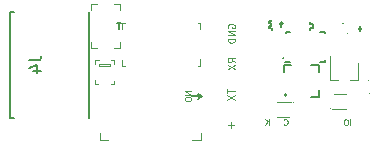
<source format=gbo>
G04 #@! TF.GenerationSoftware,KiCad,Pcbnew,(5.1.6)-1*
G04 #@! TF.CreationDate,2020-12-05T12:50:13+08:00*
G04 #@! TF.ProjectId,qomu-board,716f6d75-2d62-46f6-9172-642e6b696361,rev?*
G04 #@! TF.SameCoordinates,Original*
G04 #@! TF.FileFunction,Legend,Bot*
G04 #@! TF.FilePolarity,Positive*
%FSLAX46Y46*%
G04 Gerber Fmt 4.6, Leading zero omitted, Abs format (unit mm)*
G04 Created by KiCad (PCBNEW (5.1.6)-1) date 2020-12-05 12:50:13*
%MOMM*%
%LPD*%
G01*
G04 APERTURE LIST*
%ADD10C,0.120000*%
%ADD11C,0.150000*%
%ADD12C,0.100000*%
%ADD13C,0.200000*%
G04 APERTURE END LIST*
D10*
X34320952Y-27336190D02*
X34320952Y-26836190D01*
X34035238Y-27336190D02*
X34249523Y-27050476D01*
X34035238Y-26836190D02*
X34320952Y-27121904D01*
X30875000Y-19162857D02*
X30846428Y-19105714D01*
X30846428Y-19020000D01*
X30875000Y-18934285D01*
X30932142Y-18877142D01*
X30989285Y-18848571D01*
X31103571Y-18820000D01*
X31189285Y-18820000D01*
X31303571Y-18848571D01*
X31360714Y-18877142D01*
X31417857Y-18934285D01*
X31446428Y-19020000D01*
X31446428Y-19077142D01*
X31417857Y-19162857D01*
X31389285Y-19191428D01*
X31189285Y-19191428D01*
X31189285Y-19077142D01*
X31446428Y-19448571D02*
X30846428Y-19448571D01*
X31446428Y-19791428D01*
X30846428Y-19791428D01*
X31446428Y-20077142D02*
X30846428Y-20077142D01*
X30846428Y-20220000D01*
X30875000Y-20305714D01*
X30932142Y-20362857D01*
X30989285Y-20391428D01*
X31103571Y-20420000D01*
X31189285Y-20420000D01*
X31303571Y-20391428D01*
X31360714Y-20362857D01*
X31417857Y-20305714D01*
X31446428Y-20220000D01*
X31446428Y-20077142D01*
X27713809Y-25229523D02*
X27713809Y-25134285D01*
X27690000Y-25086666D01*
X27642380Y-25039047D01*
X27547142Y-25015238D01*
X27380476Y-25015238D01*
X27285238Y-25039047D01*
X27237619Y-25086666D01*
X27213809Y-25134285D01*
X27213809Y-25229523D01*
X27237619Y-25277142D01*
X27285238Y-25324761D01*
X27380476Y-25348571D01*
X27547142Y-25348571D01*
X27642380Y-25324761D01*
X27690000Y-25277142D01*
X27713809Y-25229523D01*
X27213809Y-24800952D02*
X27713809Y-24800952D01*
X27213809Y-24515238D01*
X27713809Y-24515238D01*
D11*
X28694000Y-24941000D02*
X28334000Y-25151000D01*
X28684000Y-24931000D02*
X28324000Y-24721000D01*
X27834000Y-24931000D02*
X28684000Y-24931000D01*
D10*
X31446428Y-22070000D02*
X31160714Y-21870000D01*
X31446428Y-21727142D02*
X30846428Y-21727142D01*
X30846428Y-21955714D01*
X30875000Y-22012857D01*
X30903571Y-22041428D01*
X30960714Y-22070000D01*
X31046428Y-22070000D01*
X31103571Y-22041428D01*
X31132142Y-22012857D01*
X31160714Y-21955714D01*
X31160714Y-21727142D01*
X30846428Y-22270000D02*
X31446428Y-22670000D01*
X30846428Y-22670000D02*
X31446428Y-22270000D01*
X30821428Y-24337857D02*
X30821428Y-24680714D01*
X31421428Y-24509285D02*
X30821428Y-24509285D01*
X30821428Y-24823571D02*
X31421428Y-25223571D01*
X30821428Y-25223571D02*
X31421428Y-24823571D01*
X31353571Y-27362857D02*
X30896428Y-27362857D01*
X31125000Y-27591428D02*
X31125000Y-27134285D01*
D11*
X34523000Y-18531000D02*
X34523000Y-18451000D01*
X34553000Y-19191000D02*
X34553000Y-19311000D01*
X37808000Y-19186000D02*
X37808000Y-19296000D01*
X38038000Y-19186000D02*
X37808000Y-19186000D01*
X38038000Y-18786000D02*
X38038000Y-19186000D01*
X37808000Y-18786000D02*
X38038000Y-18786000D01*
X37808000Y-18636000D02*
X37808000Y-18786000D01*
X34523000Y-18531000D02*
X34323000Y-18531000D01*
X34543000Y-19191000D02*
X34323000Y-19191000D01*
X34323000Y-18971000D02*
X34323000Y-19191000D01*
X35358000Y-18666000D02*
X35238000Y-18866000D01*
X35358000Y-19096000D02*
X35358000Y-18666000D01*
X35358000Y-18666000D02*
X35488000Y-18866000D01*
X34533000Y-18751000D02*
X34533000Y-18971000D01*
X34533000Y-18971000D02*
X34323000Y-18971000D01*
X34323000Y-18751000D02*
X34533000Y-18751000D01*
X34323000Y-18531000D02*
X34323000Y-18751000D01*
X42043000Y-19396000D02*
X42163000Y-19196000D01*
X42043000Y-18966000D02*
X42043000Y-19396000D01*
X42043000Y-19396000D02*
X41913000Y-19196000D01*
X21608000Y-18781000D02*
X21448000Y-18781000D01*
X21608000Y-19211000D02*
X21608000Y-18781000D01*
X21608000Y-18781000D02*
X21768000Y-18781000D01*
D10*
X35595238Y-27328571D02*
X35619047Y-27352380D01*
X35690476Y-27376190D01*
X35738095Y-27376190D01*
X35809523Y-27352380D01*
X35857142Y-27304761D01*
X35880952Y-27257142D01*
X35904761Y-27161904D01*
X35904761Y-27090476D01*
X35880952Y-26995238D01*
X35857142Y-26947619D01*
X35809523Y-26900000D01*
X35738095Y-26876190D01*
X35690476Y-26876190D01*
X35619047Y-26900000D01*
X35595238Y-26923809D01*
X41221904Y-27396190D02*
X41221904Y-26896190D01*
X40888571Y-26896190D02*
X40793333Y-26896190D01*
X40745714Y-26920000D01*
X40698095Y-26967619D01*
X40674285Y-27062857D01*
X40674285Y-27229523D01*
X40698095Y-27324761D01*
X40745714Y-27372380D01*
X40793333Y-27396190D01*
X40888571Y-27396190D01*
X40936190Y-27372380D01*
X40983809Y-27324761D01*
X41007619Y-27229523D01*
X41007619Y-27062857D01*
X40983809Y-26967619D01*
X40936190Y-26920000D01*
X40888571Y-26896190D01*
D12*
X39550000Y-25981000D02*
G75*
G03*
X39550000Y-25981000I-50000J0D01*
G01*
D10*
X39850000Y-24776000D02*
X40850000Y-24776000D01*
X39690000Y-26036000D02*
X40850000Y-26036000D01*
D12*
X36405000Y-25500000D02*
G75*
G03*
X36405000Y-25500000I-50000J0D01*
G01*
D10*
X36030000Y-26680000D02*
X35030000Y-26680000D01*
X36190000Y-25420000D02*
X35030000Y-25420000D01*
X41860000Y-22170000D02*
X41860000Y-23580000D01*
X39540000Y-23580000D02*
X39540000Y-21550000D01*
X39540000Y-23580000D02*
X40200000Y-23580000D01*
X41200000Y-23580000D02*
X41860000Y-23580000D01*
D12*
X21925000Y-18770000D02*
X21925000Y-19270000D01*
X22125000Y-18770000D02*
X21925000Y-18770000D01*
X21925000Y-22370000D02*
X21925000Y-21870000D01*
X22125000Y-22370000D02*
X21925000Y-22370000D01*
X28525000Y-22370000D02*
X28525000Y-21770000D01*
X28325000Y-22370000D02*
X28525000Y-22370000D01*
X28325000Y-18770000D02*
X28525000Y-18770000D01*
X28525000Y-18770000D02*
X28525000Y-19270000D01*
X40983355Y-19620000D02*
G75*
G03*
X40983355Y-19620000I-35355J0D01*
G01*
D13*
X19085000Y-26745000D02*
X19085000Y-17795000D01*
X12425000Y-26745000D02*
X12425000Y-17795000D01*
X12425000Y-17795000D02*
X12775000Y-17795000D01*
X12425000Y-26770000D02*
X12775000Y-26770000D01*
D12*
X40650000Y-18745000D02*
G75*
G03*
X40650000Y-18745000I-50000J0D01*
G01*
X42775000Y-23600000D02*
G75*
G03*
X42775000Y-23600000I-50000J0D01*
G01*
X42850000Y-24725000D02*
G75*
G03*
X42850000Y-24725000I-50000J0D01*
G01*
X21685000Y-20820000D02*
X21185000Y-20820000D01*
X21685000Y-20820000D02*
X21685000Y-20320000D01*
X19235000Y-20820000D02*
X19735000Y-20820000D01*
X19235000Y-20820000D02*
X19235000Y-20320000D01*
X21685000Y-17130000D02*
X21185000Y-17130000D01*
X19235000Y-17130000D02*
X19735000Y-17130000D01*
X21685000Y-17130000D02*
X21685000Y-17630000D01*
X19235000Y-17130000D02*
X19235000Y-17630000D01*
X28545000Y-28045000D02*
X28545000Y-28645000D01*
X28545000Y-28645000D02*
X27820000Y-28645000D01*
X19995000Y-28045000D02*
X19995000Y-28645000D01*
X19995000Y-28645000D02*
X20670000Y-28645000D01*
D13*
X35530000Y-21711000D02*
G75*
G03*
X35530000Y-21711000I-57000J0D01*
G01*
D11*
X36148000Y-22011000D02*
X35723000Y-22011000D01*
X35748000Y-19611000D02*
X35748000Y-19511000D01*
X36148000Y-19511000D02*
X35748000Y-19511000D01*
X39048000Y-19611000D02*
X39048000Y-19511000D01*
X38648000Y-19511000D02*
X39048000Y-19511000D01*
X39048000Y-21911000D02*
X39048000Y-22011000D01*
X38648000Y-22011000D02*
X39048000Y-22011000D01*
X37864000Y-24981000D02*
X38528000Y-24981000D01*
X38528000Y-24981000D02*
X38528000Y-24375500D01*
X37864000Y-24981000D02*
X38528000Y-24981000D01*
X38528000Y-24981000D02*
X38528000Y-24375500D01*
X37864000Y-22259000D02*
X38528000Y-22259000D01*
X38528000Y-22259000D02*
X38528000Y-22864500D01*
X37864000Y-24981000D02*
X38528000Y-24981000D01*
X38528000Y-24981000D02*
X38528000Y-24375500D01*
X36236000Y-22259000D02*
X35572000Y-22259000D01*
X35572000Y-22259000D02*
X35572000Y-22864500D01*
D13*
X35822000Y-24831000D02*
G75*
G03*
X35822000Y-24831000I-100000J0D01*
G01*
D12*
X19600000Y-21870000D02*
X19900000Y-21870000D01*
X19600000Y-22245000D02*
X19600000Y-21870000D01*
X19600000Y-23920000D02*
X19875000Y-23920000D01*
X19600000Y-23595000D02*
X19600000Y-23920000D01*
X21250000Y-23920000D02*
X21250000Y-23620000D01*
X20925000Y-23920000D02*
X21250000Y-23920000D01*
X21240000Y-22245000D02*
X21240000Y-21870000D01*
X20940000Y-21870000D02*
X21240000Y-21870000D01*
X19915000Y-22355000D02*
X19915000Y-22255000D01*
X20915000Y-22355000D02*
X19915000Y-22355000D01*
X20915000Y-22255000D02*
X20915000Y-22355000D01*
X19915000Y-22255000D02*
X20915000Y-22255000D01*
D11*
X14052380Y-21886666D02*
X14766666Y-21886666D01*
X14909523Y-21839047D01*
X15004761Y-21743809D01*
X15052380Y-21600952D01*
X15052380Y-21505714D01*
X14385714Y-22791428D02*
X15052380Y-22791428D01*
X14004761Y-22553333D02*
X14719047Y-22315238D01*
X14719047Y-22934285D01*
M02*

</source>
